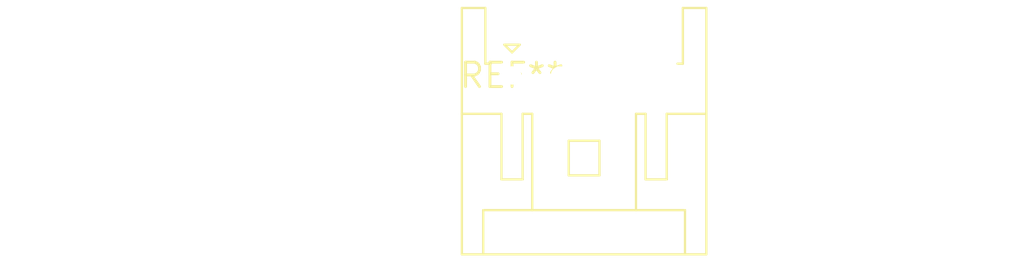
<source format=kicad_pcb>
(kicad_pcb (version 20240108) (generator pcbnew)
  (layers (0 "F.Cu" signal) (31 "B.Cu" signal) (34 "B.Paste" user) (35 "F.Paste" user) (36 "B.SilkS" user "B.Silkscreen") (37 "F.SilkS" user "F.Silkscreen") (38 "B.Mask" user) (39 "F.Mask" user) (44 "Edge.Cuts" user))
  (net 0 "")
  (footprint "JST_XA_S04B-XASK-1N-BN_1x04_P2.50mm_Horizontal" (layer "F.Cu") (at 0 0)
    (property "Reference" "REF**")
    (property "Value" "JST_XA_S04B-XASK-1N-BN_1x04_P2.50mm_Horizontal")
    (fp_line (start -2.61 -3.51) (end -2.61 9.31) (layer "F.SilkS") (stroke (width 0.12)))
    (fp_line (start -2.61 9.31) (end 10.11 9.31) (layer "F.SilkS") (stroke (width 0.12)))
    (fp_line (start -1.5 7.01) (end 9 7.01) (layer "F.SilkS") (stroke (width 0.12)))
    (fp_line (start -1.5 9.31) (end -1.5 7.01) (layer "F.SilkS") (stroke (width 0.12)))
    (fp_line (start -1.39 -3.51) (end -2.61 -3.51) (layer "F.SilkS") (stroke (width 0.12)))
    (fp_line (start -1.39 -0.61) (end -1.39 -3.51) (layer "F.SilkS") (stroke (width 0.12)))
    (fp_line (start -1.11 -0.61) (end -1.39 -0.61) (layer "F.SilkS") (stroke (width 0.12)))
    (fp_line (start -0.55 2) (end -2.61 2) (layer "F.SilkS") (stroke (width 0.12)))
    (fp_line (start -0.55 5.41) (end -0.55 2) (layer "F.SilkS") (stroke (width 0.12)))
    (fp_line (start -0.4 -1.6) (end 0.4 -1.6) (layer "F.SilkS") (stroke (width 0.12)))
    (fp_line (start 0 -1.2) (end -0.4 -1.6) (layer "F.SilkS") (stroke (width 0.12)))
    (fp_line (start 0.4 -1.6) (end 0 -1.2) (layer "F.SilkS") (stroke (width 0.12)))
    (fp_line (start 0.55 2) (end 0.55 5.41) (layer "F.SilkS") (stroke (width 0.12)))
    (fp_line (start 0.55 5.41) (end -0.55 5.41) (layer "F.SilkS") (stroke (width 0.12)))
    (fp_line (start 1.05 2) (end 0.55 2) (layer "F.SilkS") (stroke (width 0.12)))
    (fp_line (start 1.05 7.01) (end 1.05 2) (layer "F.SilkS") (stroke (width 0.12)))
    (fp_line (start 2.95 3.4) (end 4.55 3.4) (layer "F.SilkS") (stroke (width 0.12)))
    (fp_line (start 2.95 5.2) (end 2.95 3.4) (layer "F.SilkS") (stroke (width 0.12)))
    (fp_line (start 4.55 3.4) (end 4.55 5.2) (layer "F.SilkS") (stroke (width 0.12)))
    (fp_line (start 4.55 5.2) (end 2.95 5.2) (layer "F.SilkS") (stroke (width 0.12)))
    (fp_line (start 6.45 2) (end 6.95 2) (layer "F.SilkS") (stroke (width 0.12)))
    (fp_line (start 6.45 7.01) (end 6.45 2) (layer "F.SilkS") (stroke (width 0.12)))
    (fp_line (start 6.95 2) (end 6.95 5.41) (layer "F.SilkS") (stroke (width 0.12)))
    (fp_line (start 6.95 5.41) (end 8.05 5.41) (layer "F.SilkS") (stroke (width 0.12)))
    (fp_line (start 8.05 2) (end 10.11 2) (layer "F.SilkS") (stroke (width 0.12)))
    (fp_line (start 8.05 5.41) (end 8.05 2) (layer "F.SilkS") (stroke (width 0.12)))
    (fp_line (start 8.89 -3.51) (end 8.89 -0.61) (layer "F.SilkS") (stroke (width 0.12)))
    (fp_line (start 8.89 -0.61) (end 8.61 -0.61) (layer "F.SilkS") (stroke (width 0.12)))
    (fp_line (start 9 7.01) (end 9 9.31) (layer "F.SilkS") (stroke (width 0.12)))
    (fp_line (start 10.11 -3.51) (end 8.89 -3.51) (layer "F.SilkS") (stroke (width 0.12)))
    (fp_line (start 10.11 9.31) (end 10.11 -3.51) (layer "F.SilkS") (stroke (width 0.12)))
    (pad "1" thru_hole roundrect (at 0 0) (size 1.7 1.95) (drill 0.95) (layers *.Cu *.Mask) (remove_unused_layers) (roundrect_rratio 0.147059))
    (pad "2" thru_hole oval (at 2.5 0) (size 1.7 1.95) (drill 0.95) (layers *.Cu *.Mask) (remove_unused_layers))
    (pad "3" thru_hole oval (at 5 0) (size 1.7 1.95) (drill 0.95) (layers *.Cu *.Mask) (remove_unused_layers))
    (pad "4" thru_hole oval (at 7.5 0) (size 1.7 1.95) (drill 0.95) (layers *.Cu *.Mask) (remove_unused_layers))
  )
)
</source>
